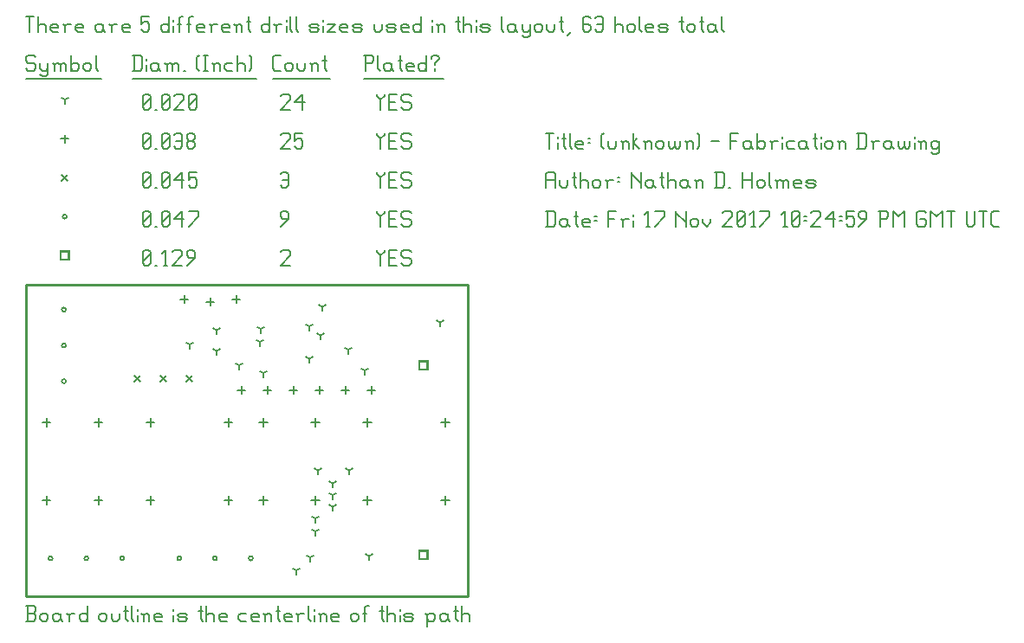
<source format=gbr>
G04 start of page 12 for group -3984 idx -3984 *
G04 Title: (unknown), fab *
G04 Creator: pcb 20140316 *
G04 CreationDate: Fri 17 Nov 2017 10:24:59 PM GMT UTC *
G04 For: ndholmes *
G04 Format: Gerber/RS-274X *
G04 PCB-Dimensions (mil): 1700.00 1200.00 *
G04 PCB-Coordinate-Origin: lower left *
%MOIN*%
%FSLAX25Y25*%
%LNFAB*%
%ADD85C,0.0100*%
%ADD84C,0.0060*%
%ADD83R,0.0080X0.0080*%
G54D83*X151400Y17600D02*X154600D01*
X151400D02*Y14400D01*
X154600D01*
Y17600D02*Y14400D01*
X151400Y90600D02*X154600D01*
X151400D02*Y87400D01*
X154600D01*
Y90600D02*Y87400D01*
X13400Y132850D02*X16600D01*
X13400D02*Y129650D01*
X16600D01*
Y132850D02*Y129650D01*
G54D84*X135000Y133500D02*Y132750D01*
X136500Y131250D01*
X138000Y132750D01*
Y133500D02*Y132750D01*
X136500Y131250D02*Y127500D01*
X139800Y130500D02*X142050D01*
X139800Y127500D02*X142800D01*
X139800Y133500D02*Y127500D01*
Y133500D02*X142800D01*
X147600D02*X148350Y132750D01*
X145350Y133500D02*X147600D01*
X144600Y132750D02*X145350Y133500D01*
X144600Y132750D02*Y131250D01*
X145350Y130500D01*
X147600D01*
X148350Y129750D01*
Y128250D01*
X147600Y127500D02*X148350Y128250D01*
X145350Y127500D02*X147600D01*
X144600Y128250D02*X145350Y127500D01*
X98000Y132750D02*X98750Y133500D01*
X101000D01*
X101750Y132750D01*
Y131250D01*
X98000Y127500D02*X101750Y131250D01*
X98000Y127500D02*X101750D01*
X45000Y128250D02*X45750Y127500D01*
X45000Y132750D02*Y128250D01*
Y132750D02*X45750Y133500D01*
X47250D01*
X48000Y132750D01*
Y128250D01*
X47250Y127500D02*X48000Y128250D01*
X45750Y127500D02*X47250D01*
X45000Y129000D02*X48000Y132000D01*
X49800Y127500D02*X50550D01*
X53100D02*X54600D01*
X53850Y133500D02*Y127500D01*
X52350Y132000D02*X53850Y133500D01*
X56400Y132750D02*X57150Y133500D01*
X59400D01*
X60150Y132750D01*
Y131250D01*
X56400Y127500D02*X60150Y131250D01*
X56400Y127500D02*X60150D01*
X61950D02*X64950Y130500D01*
Y132750D02*Y130500D01*
X64200Y133500D02*X64950Y132750D01*
X62700Y133500D02*X64200D01*
X61950Y132750D02*X62700Y133500D01*
X61950Y132750D02*Y131250D01*
X62700Y130500D01*
X64950D01*
X58255Y14673D02*G75*G03X59855Y14673I800J0D01*G01*
G75*G03X58255Y14673I-800J0D01*G01*
X72035D02*G75*G03X73635Y14673I800J0D01*G01*
G75*G03X72035Y14673I-800J0D01*G01*
X85814D02*G75*G03X87414Y14673I800J0D01*G01*
G75*G03X85814Y14673I-800J0D01*G01*
X13873Y110445D02*G75*G03X15473Y110445I800J0D01*G01*
G75*G03X13873Y110445I-800J0D01*G01*
Y96665D02*G75*G03X15473Y96665I800J0D01*G01*
G75*G03X13873Y96665I-800J0D01*G01*
Y82886D02*G75*G03X15473Y82886I800J0D01*G01*
G75*G03X13873Y82886I-800J0D01*G01*
X8755Y14673D02*G75*G03X10355Y14673I800J0D01*G01*
G75*G03X8755Y14673I-800J0D01*G01*
X22535D02*G75*G03X24135Y14673I800J0D01*G01*
G75*G03X22535Y14673I-800J0D01*G01*
X36314D02*G75*G03X37914Y14673I800J0D01*G01*
G75*G03X36314Y14673I-800J0D01*G01*
X14200Y146250D02*G75*G03X15800Y146250I800J0D01*G01*
G75*G03X14200Y146250I-800J0D01*G01*
X135000Y148500D02*Y147750D01*
X136500Y146250D01*
X138000Y147750D01*
Y148500D02*Y147750D01*
X136500Y146250D02*Y142500D01*
X139800Y145500D02*X142050D01*
X139800Y142500D02*X142800D01*
X139800Y148500D02*Y142500D01*
Y148500D02*X142800D01*
X147600D02*X148350Y147750D01*
X145350Y148500D02*X147600D01*
X144600Y147750D02*X145350Y148500D01*
X144600Y147750D02*Y146250D01*
X145350Y145500D01*
X147600D01*
X148350Y144750D01*
Y143250D01*
X147600Y142500D02*X148350Y143250D01*
X145350Y142500D02*X147600D01*
X144600Y143250D02*X145350Y142500D01*
X98000D02*X101000Y145500D01*
Y147750D02*Y145500D01*
X100250Y148500D02*X101000Y147750D01*
X98750Y148500D02*X100250D01*
X98000Y147750D02*X98750Y148500D01*
X98000Y147750D02*Y146250D01*
X98750Y145500D01*
X101000D01*
X45000Y143250D02*X45750Y142500D01*
X45000Y147750D02*Y143250D01*
Y147750D02*X45750Y148500D01*
X47250D01*
X48000Y147750D01*
Y143250D01*
X47250Y142500D02*X48000Y143250D01*
X45750Y142500D02*X47250D01*
X45000Y144000D02*X48000Y147000D01*
X49800Y142500D02*X50550D01*
X52350Y143250D02*X53100Y142500D01*
X52350Y147750D02*Y143250D01*
Y147750D02*X53100Y148500D01*
X54600D01*
X55350Y147750D01*
Y143250D01*
X54600Y142500D02*X55350Y143250D01*
X53100Y142500D02*X54600D01*
X52350Y144000D02*X55350Y147000D01*
X57150Y145500D02*X60150Y148500D01*
X57150Y145500D02*X60900D01*
X60150Y148500D02*Y142500D01*
X62700D02*X66450Y146250D01*
Y148500D02*Y146250D01*
X62700Y148500D02*X66450D01*
X61800Y85200D02*X64200Y82800D01*
X61800D02*X64200Y85200D01*
X51800D02*X54200Y82800D01*
X51800D02*X54200Y85200D01*
X41800D02*X44200Y82800D01*
X41800D02*X44200Y85200D01*
X13800Y162450D02*X16200Y160050D01*
X13800D02*X16200Y162450D01*
X135000Y163500D02*Y162750D01*
X136500Y161250D01*
X138000Y162750D01*
Y163500D02*Y162750D01*
X136500Y161250D02*Y157500D01*
X139800Y160500D02*X142050D01*
X139800Y157500D02*X142800D01*
X139800Y163500D02*Y157500D01*
Y163500D02*X142800D01*
X147600D02*X148350Y162750D01*
X145350Y163500D02*X147600D01*
X144600Y162750D02*X145350Y163500D01*
X144600Y162750D02*Y161250D01*
X145350Y160500D01*
X147600D01*
X148350Y159750D01*
Y158250D01*
X147600Y157500D02*X148350Y158250D01*
X145350Y157500D02*X147600D01*
X144600Y158250D02*X145350Y157500D01*
X98000Y162750D02*X98750Y163500D01*
X100250D01*
X101000Y162750D01*
Y158250D01*
X100250Y157500D02*X101000Y158250D01*
X98750Y157500D02*X100250D01*
X98000Y158250D02*X98750Y157500D01*
Y160500D02*X101000D01*
X45000Y158250D02*X45750Y157500D01*
X45000Y162750D02*Y158250D01*
Y162750D02*X45750Y163500D01*
X47250D01*
X48000Y162750D01*
Y158250D01*
X47250Y157500D02*X48000Y158250D01*
X45750Y157500D02*X47250D01*
X45000Y159000D02*X48000Y162000D01*
X49800Y157500D02*X50550D01*
X52350Y158250D02*X53100Y157500D01*
X52350Y162750D02*Y158250D01*
Y162750D02*X53100Y163500D01*
X54600D01*
X55350Y162750D01*
Y158250D01*
X54600Y157500D02*X55350Y158250D01*
X53100Y157500D02*X54600D01*
X52350Y159000D02*X55350Y162000D01*
X57150Y160500D02*X60150Y163500D01*
X57150Y160500D02*X60900D01*
X60150Y163500D02*Y157500D01*
X62700Y163500D02*X65700D01*
X62700D02*Y160500D01*
X63450Y161250D01*
X64950D01*
X65700Y160500D01*
Y158250D01*
X64950Y157500D02*X65700Y158250D01*
X63450Y157500D02*X64950D01*
X62700Y158250D02*X63450Y157500D01*
X133000Y81100D02*Y77900D01*
X131400Y79500D02*X134600D01*
X123000Y81100D02*Y77900D01*
X121400Y79500D02*X124600D01*
X113000Y81100D02*Y77900D01*
X111400Y79500D02*X114600D01*
X103000Y81100D02*Y77900D01*
X101400Y79500D02*X104600D01*
X93000Y81100D02*Y77900D01*
X91400Y79500D02*X94600D01*
X83000Y81100D02*Y77900D01*
X81400Y79500D02*X84600D01*
X161500Y68600D02*Y65400D01*
X159900Y67000D02*X163100D01*
X131500Y68600D02*Y65400D01*
X129900Y67000D02*X133100D01*
X111500Y68600D02*Y65400D01*
X109900Y67000D02*X113100D01*
X91500Y68600D02*Y65400D01*
X89900Y67000D02*X93100D01*
X91500Y38600D02*Y35400D01*
X89900Y37000D02*X93100D01*
X111500Y38600D02*Y35400D01*
X109900Y37000D02*X113100D01*
X131500Y38600D02*Y35400D01*
X129900Y37000D02*X133100D01*
X161500Y38600D02*Y35400D01*
X159900Y37000D02*X163100D01*
X78000Y68600D02*Y65400D01*
X76400Y67000D02*X79600D01*
X48000Y68600D02*Y65400D01*
X46400Y67000D02*X49600D01*
X28000Y68600D02*Y65400D01*
X26400Y67000D02*X29600D01*
X8000Y68600D02*Y65400D01*
X6400Y67000D02*X9600D01*
X8000Y38600D02*Y35400D01*
X6400Y37000D02*X9600D01*
X28000Y38600D02*Y35400D01*
X26400Y37000D02*X29600D01*
X48000Y38600D02*Y35400D01*
X46400Y37000D02*X49600D01*
X78000Y38600D02*Y35400D01*
X76400Y37000D02*X79600D01*
X81000Y116100D02*Y112900D01*
X79400Y114500D02*X82600D01*
X71000Y115100D02*Y111900D01*
X69400Y113500D02*X72600D01*
X61000Y116100D02*Y112900D01*
X59400Y114500D02*X62600D01*
X15000Y177850D02*Y174650D01*
X13400Y176250D02*X16600D01*
X135000Y178500D02*Y177750D01*
X136500Y176250D01*
X138000Y177750D01*
Y178500D02*Y177750D01*
X136500Y176250D02*Y172500D01*
X139800Y175500D02*X142050D01*
X139800Y172500D02*X142800D01*
X139800Y178500D02*Y172500D01*
Y178500D02*X142800D01*
X147600D02*X148350Y177750D01*
X145350Y178500D02*X147600D01*
X144600Y177750D02*X145350Y178500D01*
X144600Y177750D02*Y176250D01*
X145350Y175500D01*
X147600D01*
X148350Y174750D01*
Y173250D01*
X147600Y172500D02*X148350Y173250D01*
X145350Y172500D02*X147600D01*
X144600Y173250D02*X145350Y172500D01*
X98000Y177750D02*X98750Y178500D01*
X101000D01*
X101750Y177750D01*
Y176250D01*
X98000Y172500D02*X101750Y176250D01*
X98000Y172500D02*X101750D01*
X103550Y178500D02*X106550D01*
X103550D02*Y175500D01*
X104300Y176250D01*
X105800D01*
X106550Y175500D01*
Y173250D01*
X105800Y172500D02*X106550Y173250D01*
X104300Y172500D02*X105800D01*
X103550Y173250D02*X104300Y172500D01*
X45000Y173250D02*X45750Y172500D01*
X45000Y177750D02*Y173250D01*
Y177750D02*X45750Y178500D01*
X47250D01*
X48000Y177750D01*
Y173250D01*
X47250Y172500D02*X48000Y173250D01*
X45750Y172500D02*X47250D01*
X45000Y174000D02*X48000Y177000D01*
X49800Y172500D02*X50550D01*
X52350Y173250D02*X53100Y172500D01*
X52350Y177750D02*Y173250D01*
Y177750D02*X53100Y178500D01*
X54600D01*
X55350Y177750D01*
Y173250D01*
X54600Y172500D02*X55350Y173250D01*
X53100Y172500D02*X54600D01*
X52350Y174000D02*X55350Y177000D01*
X57150Y177750D02*X57900Y178500D01*
X59400D01*
X60150Y177750D01*
Y173250D01*
X59400Y172500D02*X60150Y173250D01*
X57900Y172500D02*X59400D01*
X57150Y173250D02*X57900Y172500D01*
Y175500D02*X60150D01*
X61950Y173250D02*X62700Y172500D01*
X61950Y174750D02*Y173250D01*
Y174750D02*X62700Y175500D01*
X64200D01*
X64950Y174750D01*
Y173250D01*
X64200Y172500D02*X64950Y173250D01*
X62700Y172500D02*X64200D01*
X61950Y176250D02*X62700Y175500D01*
X61950Y177750D02*Y176250D01*
Y177750D02*X62700Y178500D01*
X64200D01*
X64950Y177750D01*
Y176250D01*
X64200Y175500D02*X64950Y176250D01*
X109000Y91500D02*Y89900D01*
Y91500D02*X110387Y92300D01*
X109000Y91500D02*X107613Y92300D01*
X73500Y94500D02*Y92900D01*
Y94500D02*X74887Y95300D01*
X73500Y94500D02*X72113Y95300D01*
X73500Y102500D02*Y100900D01*
Y102500D02*X74887Y103300D01*
X73500Y102500D02*X72113Y103300D01*
X82000Y89000D02*Y87400D01*
Y89000D02*X83387Y89800D01*
X82000Y89000D02*X80613Y89800D01*
X91500Y86000D02*Y84400D01*
Y86000D02*X92887Y86800D01*
X91500Y86000D02*X90113Y86800D01*
X63000Y97000D02*Y95400D01*
Y97000D02*X64387Y97800D01*
X63000Y97000D02*X61613Y97800D01*
X124500Y48500D02*Y46900D01*
Y48500D02*X125887Y49300D01*
X124500Y48500D02*X123113Y49300D01*
X104000Y10000D02*Y8400D01*
Y10000D02*X105387Y10800D01*
X104000Y10000D02*X102613Y10800D01*
X109500Y15000D02*Y13400D01*
Y15000D02*X110887Y15800D01*
X109500Y15000D02*X108113Y15800D01*
X132000Y15500D02*Y13900D01*
Y15500D02*X133387Y16300D01*
X132000Y15500D02*X130613Y16300D01*
X112500Y48500D02*Y46900D01*
Y48500D02*X113887Y49300D01*
X112500Y48500D02*X111113Y49300D01*
X118000Y34500D02*Y32900D01*
Y34500D02*X119387Y35300D01*
X118000Y34500D02*X116613Y35300D01*
X118000Y39000D02*Y37400D01*
Y39000D02*X119387Y39800D01*
X118000Y39000D02*X116613Y39800D01*
X118000Y43500D02*Y41900D01*
Y43500D02*X119387Y44300D01*
X118000Y43500D02*X116613Y44300D01*
X130500Y87000D02*Y85400D01*
Y87000D02*X131887Y87800D01*
X130500Y87000D02*X129113Y87800D01*
X159500Y105500D02*Y103900D01*
Y105500D02*X160887Y106300D01*
X159500Y105500D02*X158113Y106300D01*
X111500Y30000D02*Y28400D01*
Y30000D02*X112887Y30800D01*
X111500Y30000D02*X110113Y30800D01*
X111500Y25000D02*Y23400D01*
Y25000D02*X112887Y25800D01*
X111500Y25000D02*X110113Y25800D01*
X113500Y100500D02*Y98900D01*
Y100500D02*X114887Y101300D01*
X113500Y100500D02*X112113Y101300D01*
X114000Y111500D02*Y109900D01*
Y111500D02*X115387Y112300D01*
X114000Y111500D02*X112613Y112300D01*
X109000Y104000D02*Y102400D01*
Y104000D02*X110387Y104800D01*
X109000Y104000D02*X107613Y104800D01*
X90500Y103000D02*Y101400D01*
Y103000D02*X91887Y103800D01*
X90500Y103000D02*X89113Y103800D01*
X90000Y98000D02*Y96400D01*
Y98000D02*X91387Y98800D01*
X90000Y98000D02*X88613Y98800D01*
X124000Y95000D02*Y93400D01*
Y95000D02*X125387Y95800D01*
X124000Y95000D02*X122613Y95800D01*
X15000Y191250D02*Y189650D01*
Y191250D02*X16387Y192050D01*
X15000Y191250D02*X13613Y192050D01*
X135000Y193500D02*Y192750D01*
X136500Y191250D01*
X138000Y192750D01*
Y193500D02*Y192750D01*
X136500Y191250D02*Y187500D01*
X139800Y190500D02*X142050D01*
X139800Y187500D02*X142800D01*
X139800Y193500D02*Y187500D01*
Y193500D02*X142800D01*
X147600D02*X148350Y192750D01*
X145350Y193500D02*X147600D01*
X144600Y192750D02*X145350Y193500D01*
X144600Y192750D02*Y191250D01*
X145350Y190500D01*
X147600D01*
X148350Y189750D01*
Y188250D01*
X147600Y187500D02*X148350Y188250D01*
X145350Y187500D02*X147600D01*
X144600Y188250D02*X145350Y187500D01*
X98000Y192750D02*X98750Y193500D01*
X101000D01*
X101750Y192750D01*
Y191250D01*
X98000Y187500D02*X101750Y191250D01*
X98000Y187500D02*X101750D01*
X103550Y190500D02*X106550Y193500D01*
X103550Y190500D02*X107300D01*
X106550Y193500D02*Y187500D01*
X45000Y188250D02*X45750Y187500D01*
X45000Y192750D02*Y188250D01*
Y192750D02*X45750Y193500D01*
X47250D01*
X48000Y192750D01*
Y188250D01*
X47250Y187500D02*X48000Y188250D01*
X45750Y187500D02*X47250D01*
X45000Y189000D02*X48000Y192000D01*
X49800Y187500D02*X50550D01*
X52350Y188250D02*X53100Y187500D01*
X52350Y192750D02*Y188250D01*
Y192750D02*X53100Y193500D01*
X54600D01*
X55350Y192750D01*
Y188250D01*
X54600Y187500D02*X55350Y188250D01*
X53100Y187500D02*X54600D01*
X52350Y189000D02*X55350Y192000D01*
X57150Y192750D02*X57900Y193500D01*
X60150D01*
X60900Y192750D01*
Y191250D01*
X57150Y187500D02*X60900Y191250D01*
X57150Y187500D02*X60900D01*
X62700Y188250D02*X63450Y187500D01*
X62700Y192750D02*Y188250D01*
Y192750D02*X63450Y193500D01*
X64950D01*
X65700Y192750D01*
Y188250D01*
X64950Y187500D02*X65700Y188250D01*
X63450Y187500D02*X64950D01*
X62700Y189000D02*X65700Y192000D01*
X3000Y208500D02*X3750Y207750D01*
X750Y208500D02*X3000D01*
X0Y207750D02*X750Y208500D01*
X0Y207750D02*Y206250D01*
X750Y205500D01*
X3000D01*
X3750Y204750D01*
Y203250D01*
X3000Y202500D02*X3750Y203250D01*
X750Y202500D02*X3000D01*
X0Y203250D02*X750Y202500D01*
X5550Y205500D02*Y203250D01*
X6300Y202500D01*
X8550Y205500D02*Y201000D01*
X7800Y200250D02*X8550Y201000D01*
X6300Y200250D02*X7800D01*
X5550Y201000D02*X6300Y200250D01*
Y202500D02*X7800D01*
X8550Y203250D01*
X11100Y204750D02*Y202500D01*
Y204750D02*X11850Y205500D01*
X12600D01*
X13350Y204750D01*
Y202500D01*
Y204750D02*X14100Y205500D01*
X14850D01*
X15600Y204750D01*
Y202500D01*
X10350Y205500D02*X11100Y204750D01*
X17400Y208500D02*Y202500D01*
Y203250D02*X18150Y202500D01*
X19650D01*
X20400Y203250D01*
Y204750D02*Y203250D01*
X19650Y205500D02*X20400Y204750D01*
X18150Y205500D02*X19650D01*
X17400Y204750D02*X18150Y205500D01*
X22200Y204750D02*Y203250D01*
Y204750D02*X22950Y205500D01*
X24450D01*
X25200Y204750D01*
Y203250D01*
X24450Y202500D02*X25200Y203250D01*
X22950Y202500D02*X24450D01*
X22200Y203250D02*X22950Y202500D01*
X27000Y208500D02*Y203250D01*
X27750Y202500D01*
X0Y199250D02*X29250D01*
X41750Y208500D02*Y202500D01*
X44000Y208500D02*X44750Y207750D01*
Y203250D01*
X44000Y202500D02*X44750Y203250D01*
X41000Y202500D02*X44000D01*
X41000Y208500D02*X44000D01*
X46550Y207000D02*Y206250D01*
Y204750D02*Y202500D01*
X50300Y205500D02*X51050Y204750D01*
X48800Y205500D02*X50300D01*
X48050Y204750D02*X48800Y205500D01*
X48050Y204750D02*Y203250D01*
X48800Y202500D01*
X51050Y205500D02*Y203250D01*
X51800Y202500D01*
X48800D02*X50300D01*
X51050Y203250D01*
X54350Y204750D02*Y202500D01*
Y204750D02*X55100Y205500D01*
X55850D01*
X56600Y204750D01*
Y202500D01*
Y204750D02*X57350Y205500D01*
X58100D01*
X58850Y204750D01*
Y202500D01*
X53600Y205500D02*X54350Y204750D01*
X60650Y202500D02*X61400D01*
X65900Y203250D02*X66650Y202500D01*
X65900Y207750D02*X66650Y208500D01*
X65900Y207750D02*Y203250D01*
X68450Y208500D02*X69950D01*
X69200D02*Y202500D01*
X68450D02*X69950D01*
X72500Y204750D02*Y202500D01*
Y204750D02*X73250Y205500D01*
X74000D01*
X74750Y204750D01*
Y202500D01*
X71750Y205500D02*X72500Y204750D01*
X77300Y205500D02*X79550D01*
X76550Y204750D02*X77300Y205500D01*
X76550Y204750D02*Y203250D01*
X77300Y202500D01*
X79550D01*
X81350Y208500D02*Y202500D01*
Y204750D02*X82100Y205500D01*
X83600D01*
X84350Y204750D01*
Y202500D01*
X86150Y208500D02*X86900Y207750D01*
Y203250D01*
X86150Y202500D02*X86900Y203250D01*
X41000Y199250D02*X88700D01*
X95750Y202500D02*X98000D01*
X95000Y203250D02*X95750Y202500D01*
X95000Y207750D02*Y203250D01*
Y207750D02*X95750Y208500D01*
X98000D01*
X99800Y204750D02*Y203250D01*
Y204750D02*X100550Y205500D01*
X102050D01*
X102800Y204750D01*
Y203250D01*
X102050Y202500D02*X102800Y203250D01*
X100550Y202500D02*X102050D01*
X99800Y203250D02*X100550Y202500D01*
X104600Y205500D02*Y203250D01*
X105350Y202500D01*
X106850D01*
X107600Y203250D01*
Y205500D02*Y203250D01*
X110150Y204750D02*Y202500D01*
Y204750D02*X110900Y205500D01*
X111650D01*
X112400Y204750D01*
Y202500D01*
X109400Y205500D02*X110150Y204750D01*
X114950Y208500D02*Y203250D01*
X115700Y202500D01*
X114200Y206250D02*X115700D01*
X95000Y199250D02*X117200D01*
X130750Y208500D02*Y202500D01*
X130000Y208500D02*X133000D01*
X133750Y207750D01*
Y206250D01*
X133000Y205500D02*X133750Y206250D01*
X130750Y205500D02*X133000D01*
X135550Y208500D02*Y203250D01*
X136300Y202500D01*
X140050Y205500D02*X140800Y204750D01*
X138550Y205500D02*X140050D01*
X137800Y204750D02*X138550Y205500D01*
X137800Y204750D02*Y203250D01*
X138550Y202500D01*
X140800Y205500D02*Y203250D01*
X141550Y202500D01*
X138550D02*X140050D01*
X140800Y203250D01*
X144100Y208500D02*Y203250D01*
X144850Y202500D01*
X143350Y206250D02*X144850D01*
X147100Y202500D02*X149350D01*
X146350Y203250D02*X147100Y202500D01*
X146350Y204750D02*Y203250D01*
Y204750D02*X147100Y205500D01*
X148600D01*
X149350Y204750D01*
X146350Y204000D02*X149350D01*
Y204750D02*Y204000D01*
X154150Y208500D02*Y202500D01*
X153400D02*X154150Y203250D01*
X151900Y202500D02*X153400D01*
X151150Y203250D02*X151900Y202500D01*
X151150Y204750D02*Y203250D01*
Y204750D02*X151900Y205500D01*
X153400D01*
X154150Y204750D01*
X157450Y205500D02*Y204750D01*
Y203250D02*Y202500D01*
X155950Y207750D02*Y207000D01*
Y207750D02*X156700Y208500D01*
X158200D01*
X158950Y207750D01*
Y207000D01*
X157450Y205500D02*X158950Y207000D01*
X130000Y199250D02*X160750D01*
X0Y223500D02*X3000D01*
X1500D02*Y217500D01*
X4800Y223500D02*Y217500D01*
Y219750D02*X5550Y220500D01*
X7050D01*
X7800Y219750D01*
Y217500D01*
X10350D02*X12600D01*
X9600Y218250D02*X10350Y217500D01*
X9600Y219750D02*Y218250D01*
Y219750D02*X10350Y220500D01*
X11850D01*
X12600Y219750D01*
X9600Y219000D02*X12600D01*
Y219750D02*Y219000D01*
X15150Y219750D02*Y217500D01*
Y219750D02*X15900Y220500D01*
X17400D01*
X14400D02*X15150Y219750D01*
X19950Y217500D02*X22200D01*
X19200Y218250D02*X19950Y217500D01*
X19200Y219750D02*Y218250D01*
Y219750D02*X19950Y220500D01*
X21450D01*
X22200Y219750D01*
X19200Y219000D02*X22200D01*
Y219750D02*Y219000D01*
X28950Y220500D02*X29700Y219750D01*
X27450Y220500D02*X28950D01*
X26700Y219750D02*X27450Y220500D01*
X26700Y219750D02*Y218250D01*
X27450Y217500D01*
X29700Y220500D02*Y218250D01*
X30450Y217500D01*
X27450D02*X28950D01*
X29700Y218250D01*
X33000Y219750D02*Y217500D01*
Y219750D02*X33750Y220500D01*
X35250D01*
X32250D02*X33000Y219750D01*
X37800Y217500D02*X40050D01*
X37050Y218250D02*X37800Y217500D01*
X37050Y219750D02*Y218250D01*
Y219750D02*X37800Y220500D01*
X39300D01*
X40050Y219750D01*
X37050Y219000D02*X40050D01*
Y219750D02*Y219000D01*
X44550Y223500D02*X47550D01*
X44550D02*Y220500D01*
X45300Y221250D01*
X46800D01*
X47550Y220500D01*
Y218250D01*
X46800Y217500D02*X47550Y218250D01*
X45300Y217500D02*X46800D01*
X44550Y218250D02*X45300Y217500D01*
X55050Y223500D02*Y217500D01*
X54300D02*X55050Y218250D01*
X52800Y217500D02*X54300D01*
X52050Y218250D02*X52800Y217500D01*
X52050Y219750D02*Y218250D01*
Y219750D02*X52800Y220500D01*
X54300D01*
X55050Y219750D01*
X56850Y222000D02*Y221250D01*
Y219750D02*Y217500D01*
X59100Y222750D02*Y217500D01*
Y222750D02*X59850Y223500D01*
X60600D01*
X58350Y220500D02*X59850D01*
X62850Y222750D02*Y217500D01*
Y222750D02*X63600Y223500D01*
X64350D01*
X62100Y220500D02*X63600D01*
X66600Y217500D02*X68850D01*
X65850Y218250D02*X66600Y217500D01*
X65850Y219750D02*Y218250D01*
Y219750D02*X66600Y220500D01*
X68100D01*
X68850Y219750D01*
X65850Y219000D02*X68850D01*
Y219750D02*Y219000D01*
X71400Y219750D02*Y217500D01*
Y219750D02*X72150Y220500D01*
X73650D01*
X70650D02*X71400Y219750D01*
X76200Y217500D02*X78450D01*
X75450Y218250D02*X76200Y217500D01*
X75450Y219750D02*Y218250D01*
Y219750D02*X76200Y220500D01*
X77700D01*
X78450Y219750D01*
X75450Y219000D02*X78450D01*
Y219750D02*Y219000D01*
X81000Y219750D02*Y217500D01*
Y219750D02*X81750Y220500D01*
X82500D01*
X83250Y219750D01*
Y217500D01*
X80250Y220500D02*X81000Y219750D01*
X85800Y223500D02*Y218250D01*
X86550Y217500D01*
X85050Y221250D02*X86550D01*
X93750Y223500D02*Y217500D01*
X93000D02*X93750Y218250D01*
X91500Y217500D02*X93000D01*
X90750Y218250D02*X91500Y217500D01*
X90750Y219750D02*Y218250D01*
Y219750D02*X91500Y220500D01*
X93000D01*
X93750Y219750D01*
X96300D02*Y217500D01*
Y219750D02*X97050Y220500D01*
X98550D01*
X95550D02*X96300Y219750D01*
X100350Y222000D02*Y221250D01*
Y219750D02*Y217500D01*
X101850Y223500D02*Y218250D01*
X102600Y217500D01*
X104100Y223500D02*Y218250D01*
X104850Y217500D01*
X109800D02*X112050D01*
X112800Y218250D01*
X112050Y219000D02*X112800Y218250D01*
X109800Y219000D02*X112050D01*
X109050Y219750D02*X109800Y219000D01*
X109050Y219750D02*X109800Y220500D01*
X112050D01*
X112800Y219750D01*
X109050Y218250D02*X109800Y217500D01*
X114600Y222000D02*Y221250D01*
Y219750D02*Y217500D01*
X116100Y220500D02*X119100D01*
X116100Y217500D02*X119100Y220500D01*
X116100Y217500D02*X119100D01*
X121650D02*X123900D01*
X120900Y218250D02*X121650Y217500D01*
X120900Y219750D02*Y218250D01*
Y219750D02*X121650Y220500D01*
X123150D01*
X123900Y219750D01*
X120900Y219000D02*X123900D01*
Y219750D02*Y219000D01*
X126450Y217500D02*X128700D01*
X129450Y218250D01*
X128700Y219000D02*X129450Y218250D01*
X126450Y219000D02*X128700D01*
X125700Y219750D02*X126450Y219000D01*
X125700Y219750D02*X126450Y220500D01*
X128700D01*
X129450Y219750D01*
X125700Y218250D02*X126450Y217500D01*
X133950Y220500D02*Y218250D01*
X134700Y217500D01*
X136200D01*
X136950Y218250D01*
Y220500D02*Y218250D01*
X139500Y217500D02*X141750D01*
X142500Y218250D01*
X141750Y219000D02*X142500Y218250D01*
X139500Y219000D02*X141750D01*
X138750Y219750D02*X139500Y219000D01*
X138750Y219750D02*X139500Y220500D01*
X141750D01*
X142500Y219750D01*
X138750Y218250D02*X139500Y217500D01*
X145050D02*X147300D01*
X144300Y218250D02*X145050Y217500D01*
X144300Y219750D02*Y218250D01*
Y219750D02*X145050Y220500D01*
X146550D01*
X147300Y219750D01*
X144300Y219000D02*X147300D01*
Y219750D02*Y219000D01*
X152100Y223500D02*Y217500D01*
X151350D02*X152100Y218250D01*
X149850Y217500D02*X151350D01*
X149100Y218250D02*X149850Y217500D01*
X149100Y219750D02*Y218250D01*
Y219750D02*X149850Y220500D01*
X151350D01*
X152100Y219750D01*
X156600Y222000D02*Y221250D01*
Y219750D02*Y217500D01*
X158850Y219750D02*Y217500D01*
Y219750D02*X159600Y220500D01*
X160350D01*
X161100Y219750D01*
Y217500D01*
X158100Y220500D02*X158850Y219750D01*
X166350Y223500D02*Y218250D01*
X167100Y217500D01*
X165600Y221250D02*X167100D01*
X168600Y223500D02*Y217500D01*
Y219750D02*X169350Y220500D01*
X170850D01*
X171600Y219750D01*
Y217500D01*
X173400Y222000D02*Y221250D01*
Y219750D02*Y217500D01*
X175650D02*X177900D01*
X178650Y218250D01*
X177900Y219000D02*X178650Y218250D01*
X175650Y219000D02*X177900D01*
X174900Y219750D02*X175650Y219000D01*
X174900Y219750D02*X175650Y220500D01*
X177900D01*
X178650Y219750D01*
X174900Y218250D02*X175650Y217500D01*
X183150Y223500D02*Y218250D01*
X183900Y217500D01*
X187650Y220500D02*X188400Y219750D01*
X186150Y220500D02*X187650D01*
X185400Y219750D02*X186150Y220500D01*
X185400Y219750D02*Y218250D01*
X186150Y217500D01*
X188400Y220500D02*Y218250D01*
X189150Y217500D01*
X186150D02*X187650D01*
X188400Y218250D01*
X190950Y220500D02*Y218250D01*
X191700Y217500D01*
X193950Y220500D02*Y216000D01*
X193200Y215250D02*X193950Y216000D01*
X191700Y215250D02*X193200D01*
X190950Y216000D02*X191700Y215250D01*
Y217500D02*X193200D01*
X193950Y218250D01*
X195750Y219750D02*Y218250D01*
Y219750D02*X196500Y220500D01*
X198000D01*
X198750Y219750D01*
Y218250D01*
X198000Y217500D02*X198750Y218250D01*
X196500Y217500D02*X198000D01*
X195750Y218250D02*X196500Y217500D01*
X200550Y220500D02*Y218250D01*
X201300Y217500D01*
X202800D01*
X203550Y218250D01*
Y220500D02*Y218250D01*
X206100Y223500D02*Y218250D01*
X206850Y217500D01*
X205350Y221250D02*X206850D01*
X208350Y216000D02*X209850Y217500D01*
X216600Y223500D02*X217350Y222750D01*
X215100Y223500D02*X216600D01*
X214350Y222750D02*X215100Y223500D01*
X214350Y222750D02*Y218250D01*
X215100Y217500D01*
X216600Y220500D02*X217350Y219750D01*
X214350Y220500D02*X216600D01*
X215100Y217500D02*X216600D01*
X217350Y218250D01*
Y219750D02*Y218250D01*
X219150Y222750D02*X219900Y223500D01*
X221400D01*
X222150Y222750D01*
Y218250D01*
X221400Y217500D02*X222150Y218250D01*
X219900Y217500D02*X221400D01*
X219150Y218250D02*X219900Y217500D01*
Y220500D02*X222150D01*
X226650Y223500D02*Y217500D01*
Y219750D02*X227400Y220500D01*
X228900D01*
X229650Y219750D01*
Y217500D01*
X231450Y219750D02*Y218250D01*
Y219750D02*X232200Y220500D01*
X233700D01*
X234450Y219750D01*
Y218250D01*
X233700Y217500D02*X234450Y218250D01*
X232200Y217500D02*X233700D01*
X231450Y218250D02*X232200Y217500D01*
X236250Y223500D02*Y218250D01*
X237000Y217500D01*
X239250D02*X241500D01*
X238500Y218250D02*X239250Y217500D01*
X238500Y219750D02*Y218250D01*
Y219750D02*X239250Y220500D01*
X240750D01*
X241500Y219750D01*
X238500Y219000D02*X241500D01*
Y219750D02*Y219000D01*
X244050Y217500D02*X246300D01*
X247050Y218250D01*
X246300Y219000D02*X247050Y218250D01*
X244050Y219000D02*X246300D01*
X243300Y219750D02*X244050Y219000D01*
X243300Y219750D02*X244050Y220500D01*
X246300D01*
X247050Y219750D01*
X243300Y218250D02*X244050Y217500D01*
X252300Y223500D02*Y218250D01*
X253050Y217500D01*
X251550Y221250D02*X253050D01*
X254550Y219750D02*Y218250D01*
Y219750D02*X255300Y220500D01*
X256800D01*
X257550Y219750D01*
Y218250D01*
X256800Y217500D02*X257550Y218250D01*
X255300Y217500D02*X256800D01*
X254550Y218250D02*X255300Y217500D01*
X260100Y223500D02*Y218250D01*
X260850Y217500D01*
X259350Y221250D02*X260850D01*
X264600Y220500D02*X265350Y219750D01*
X263100Y220500D02*X264600D01*
X262350Y219750D02*X263100Y220500D01*
X262350Y219750D02*Y218250D01*
X263100Y217500D01*
X265350Y220500D02*Y218250D01*
X266100Y217500D01*
X263100D02*X264600D01*
X265350Y218250D01*
X267900Y223500D02*Y218250D01*
X268650Y217500D01*
G54D85*X0Y120000D02*X170000D01*
Y0D01*
X0D01*
Y120000D01*
G54D84*Y-9500D02*X3000D01*
X3750Y-8750D01*
Y-7250D02*Y-8750D01*
X3000Y-6500D02*X3750Y-7250D01*
X750Y-6500D02*X3000D01*
X750Y-3500D02*Y-9500D01*
X0Y-3500D02*X3000D01*
X3750Y-4250D01*
Y-5750D01*
X3000Y-6500D02*X3750Y-5750D01*
X5550Y-7250D02*Y-8750D01*
Y-7250D02*X6300Y-6500D01*
X7800D01*
X8550Y-7250D01*
Y-8750D01*
X7800Y-9500D02*X8550Y-8750D01*
X6300Y-9500D02*X7800D01*
X5550Y-8750D02*X6300Y-9500D01*
X12600Y-6500D02*X13350Y-7250D01*
X11100Y-6500D02*X12600D01*
X10350Y-7250D02*X11100Y-6500D01*
X10350Y-7250D02*Y-8750D01*
X11100Y-9500D01*
X13350Y-6500D02*Y-8750D01*
X14100Y-9500D01*
X11100D02*X12600D01*
X13350Y-8750D01*
X16650Y-7250D02*Y-9500D01*
Y-7250D02*X17400Y-6500D01*
X18900D01*
X15900D02*X16650Y-7250D01*
X23700Y-3500D02*Y-9500D01*
X22950D02*X23700Y-8750D01*
X21450Y-9500D02*X22950D01*
X20700Y-8750D02*X21450Y-9500D01*
X20700Y-7250D02*Y-8750D01*
Y-7250D02*X21450Y-6500D01*
X22950D01*
X23700Y-7250D01*
X28200D02*Y-8750D01*
Y-7250D02*X28950Y-6500D01*
X30450D01*
X31200Y-7250D01*
Y-8750D01*
X30450Y-9500D02*X31200Y-8750D01*
X28950Y-9500D02*X30450D01*
X28200Y-8750D02*X28950Y-9500D01*
X33000Y-6500D02*Y-8750D01*
X33750Y-9500D01*
X35250D01*
X36000Y-8750D01*
Y-6500D02*Y-8750D01*
X38550Y-3500D02*Y-8750D01*
X39300Y-9500D01*
X37800Y-5750D02*X39300D01*
X40800Y-3500D02*Y-8750D01*
X41550Y-9500D01*
X43050Y-5000D02*Y-5750D01*
Y-7250D02*Y-9500D01*
X45300Y-7250D02*Y-9500D01*
Y-7250D02*X46050Y-6500D01*
X46800D01*
X47550Y-7250D01*
Y-9500D01*
X44550Y-6500D02*X45300Y-7250D01*
X50100Y-9500D02*X52350D01*
X49350Y-8750D02*X50100Y-9500D01*
X49350Y-7250D02*Y-8750D01*
Y-7250D02*X50100Y-6500D01*
X51600D01*
X52350Y-7250D01*
X49350Y-8000D02*X52350D01*
Y-7250D02*Y-8000D01*
X56850Y-5000D02*Y-5750D01*
Y-7250D02*Y-9500D01*
X59100D02*X61350D01*
X62100Y-8750D01*
X61350Y-8000D02*X62100Y-8750D01*
X59100Y-8000D02*X61350D01*
X58350Y-7250D02*X59100Y-8000D01*
X58350Y-7250D02*X59100Y-6500D01*
X61350D01*
X62100Y-7250D01*
X58350Y-8750D02*X59100Y-9500D01*
X67350Y-3500D02*Y-8750D01*
X68100Y-9500D01*
X66600Y-5750D02*X68100D01*
X69600Y-3500D02*Y-9500D01*
Y-7250D02*X70350Y-6500D01*
X71850D01*
X72600Y-7250D01*
Y-9500D01*
X75150D02*X77400D01*
X74400Y-8750D02*X75150Y-9500D01*
X74400Y-7250D02*Y-8750D01*
Y-7250D02*X75150Y-6500D01*
X76650D01*
X77400Y-7250D01*
X74400Y-8000D02*X77400D01*
Y-7250D02*Y-8000D01*
X82650Y-6500D02*X84900D01*
X81900Y-7250D02*X82650Y-6500D01*
X81900Y-7250D02*Y-8750D01*
X82650Y-9500D01*
X84900D01*
X87450D02*X89700D01*
X86700Y-8750D02*X87450Y-9500D01*
X86700Y-7250D02*Y-8750D01*
Y-7250D02*X87450Y-6500D01*
X88950D01*
X89700Y-7250D01*
X86700Y-8000D02*X89700D01*
Y-7250D02*Y-8000D01*
X92250Y-7250D02*Y-9500D01*
Y-7250D02*X93000Y-6500D01*
X93750D01*
X94500Y-7250D01*
Y-9500D01*
X91500Y-6500D02*X92250Y-7250D01*
X97050Y-3500D02*Y-8750D01*
X97800Y-9500D01*
X96300Y-5750D02*X97800D01*
X100050Y-9500D02*X102300D01*
X99300Y-8750D02*X100050Y-9500D01*
X99300Y-7250D02*Y-8750D01*
Y-7250D02*X100050Y-6500D01*
X101550D01*
X102300Y-7250D01*
X99300Y-8000D02*X102300D01*
Y-7250D02*Y-8000D01*
X104850Y-7250D02*Y-9500D01*
Y-7250D02*X105600Y-6500D01*
X107100D01*
X104100D02*X104850Y-7250D01*
X108900Y-3500D02*Y-8750D01*
X109650Y-9500D01*
X111150Y-5000D02*Y-5750D01*
Y-7250D02*Y-9500D01*
X113400Y-7250D02*Y-9500D01*
Y-7250D02*X114150Y-6500D01*
X114900D01*
X115650Y-7250D01*
Y-9500D01*
X112650Y-6500D02*X113400Y-7250D01*
X118200Y-9500D02*X120450D01*
X117450Y-8750D02*X118200Y-9500D01*
X117450Y-7250D02*Y-8750D01*
Y-7250D02*X118200Y-6500D01*
X119700D01*
X120450Y-7250D01*
X117450Y-8000D02*X120450D01*
Y-7250D02*Y-8000D01*
X124950Y-7250D02*Y-8750D01*
Y-7250D02*X125700Y-6500D01*
X127200D01*
X127950Y-7250D01*
Y-8750D01*
X127200Y-9500D02*X127950Y-8750D01*
X125700Y-9500D02*X127200D01*
X124950Y-8750D02*X125700Y-9500D01*
X130500Y-4250D02*Y-9500D01*
Y-4250D02*X131250Y-3500D01*
X132000D01*
X129750Y-6500D02*X131250D01*
X136950Y-3500D02*Y-8750D01*
X137700Y-9500D01*
X136200Y-5750D02*X137700D01*
X139200Y-3500D02*Y-9500D01*
Y-7250D02*X139950Y-6500D01*
X141450D01*
X142200Y-7250D01*
Y-9500D01*
X144000Y-5000D02*Y-5750D01*
Y-7250D02*Y-9500D01*
X146250D02*X148500D01*
X149250Y-8750D01*
X148500Y-8000D02*X149250Y-8750D01*
X146250Y-8000D02*X148500D01*
X145500Y-7250D02*X146250Y-8000D01*
X145500Y-7250D02*X146250Y-6500D01*
X148500D01*
X149250Y-7250D01*
X145500Y-8750D02*X146250Y-9500D01*
X154500Y-7250D02*Y-11750D01*
X153750Y-6500D02*X154500Y-7250D01*
X155250Y-6500D01*
X156750D01*
X157500Y-7250D01*
Y-8750D01*
X156750Y-9500D02*X157500Y-8750D01*
X155250Y-9500D02*X156750D01*
X154500Y-8750D02*X155250Y-9500D01*
X161550Y-6500D02*X162300Y-7250D01*
X160050Y-6500D02*X161550D01*
X159300Y-7250D02*X160050Y-6500D01*
X159300Y-7250D02*Y-8750D01*
X160050Y-9500D01*
X162300Y-6500D02*Y-8750D01*
X163050Y-9500D01*
X160050D02*X161550D01*
X162300Y-8750D01*
X165600Y-3500D02*Y-8750D01*
X166350Y-9500D01*
X164850Y-5750D02*X166350D01*
X167850Y-3500D02*Y-9500D01*
Y-7250D02*X168600Y-6500D01*
X170100D01*
X170850Y-7250D01*
Y-9500D01*
X200750Y148500D02*Y142500D01*
X203000Y148500D02*X203750Y147750D01*
Y143250D01*
X203000Y142500D02*X203750Y143250D01*
X200000Y142500D02*X203000D01*
X200000Y148500D02*X203000D01*
X207800Y145500D02*X208550Y144750D01*
X206300Y145500D02*X207800D01*
X205550Y144750D02*X206300Y145500D01*
X205550Y144750D02*Y143250D01*
X206300Y142500D01*
X208550Y145500D02*Y143250D01*
X209300Y142500D01*
X206300D02*X207800D01*
X208550Y143250D01*
X211850Y148500D02*Y143250D01*
X212600Y142500D01*
X211100Y146250D02*X212600D01*
X214850Y142500D02*X217100D01*
X214100Y143250D02*X214850Y142500D01*
X214100Y144750D02*Y143250D01*
Y144750D02*X214850Y145500D01*
X216350D01*
X217100Y144750D01*
X214100Y144000D02*X217100D01*
Y144750D02*Y144000D01*
X218900Y146250D02*X219650D01*
X218900Y144750D02*X219650D01*
X224150Y148500D02*Y142500D01*
Y148500D02*X227150D01*
X224150Y145500D02*X226400D01*
X229700Y144750D02*Y142500D01*
Y144750D02*X230450Y145500D01*
X231950D01*
X228950D02*X229700Y144750D01*
X233750Y147000D02*Y146250D01*
Y144750D02*Y142500D01*
X238700D02*X240200D01*
X239450Y148500D02*Y142500D01*
X237950Y147000D02*X239450Y148500D01*
X242000Y142500D02*X245750Y146250D01*
Y148500D02*Y146250D01*
X242000Y148500D02*X245750D01*
X250250D02*Y142500D01*
Y148500D02*Y147750D01*
X254000Y144000D01*
Y148500D02*Y142500D01*
X255800Y144750D02*Y143250D01*
Y144750D02*X256550Y145500D01*
X258050D01*
X258800Y144750D01*
Y143250D01*
X258050Y142500D02*X258800Y143250D01*
X256550Y142500D02*X258050D01*
X255800Y143250D02*X256550Y142500D01*
X260600Y145500D02*Y144000D01*
X262100Y142500D01*
X263600Y144000D01*
Y145500D02*Y144000D01*
X268100Y147750D02*X268850Y148500D01*
X271100D01*
X271850Y147750D01*
Y146250D01*
X268100Y142500D02*X271850Y146250D01*
X268100Y142500D02*X271850D01*
X273650Y143250D02*X274400Y142500D01*
X273650Y147750D02*Y143250D01*
Y147750D02*X274400Y148500D01*
X275900D01*
X276650Y147750D01*
Y143250D01*
X275900Y142500D02*X276650Y143250D01*
X274400Y142500D02*X275900D01*
X273650Y144000D02*X276650Y147000D01*
X279200Y142500D02*X280700D01*
X279950Y148500D02*Y142500D01*
X278450Y147000D02*X279950Y148500D01*
X282500Y142500D02*X286250Y146250D01*
Y148500D02*Y146250D01*
X282500Y148500D02*X286250D01*
X291500Y142500D02*X293000D01*
X292250Y148500D02*Y142500D01*
X290750Y147000D02*X292250Y148500D01*
X294800Y143250D02*X295550Y142500D01*
X294800Y147750D02*Y143250D01*
Y147750D02*X295550Y148500D01*
X297050D01*
X297800Y147750D01*
Y143250D01*
X297050Y142500D02*X297800Y143250D01*
X295550Y142500D02*X297050D01*
X294800Y144000D02*X297800Y147000D01*
X299600Y146250D02*X300350D01*
X299600Y144750D02*X300350D01*
X302150Y147750D02*X302900Y148500D01*
X305150D01*
X305900Y147750D01*
Y146250D01*
X302150Y142500D02*X305900Y146250D01*
X302150Y142500D02*X305900D01*
X307700Y145500D02*X310700Y148500D01*
X307700Y145500D02*X311450D01*
X310700Y148500D02*Y142500D01*
X313250Y146250D02*X314000D01*
X313250Y144750D02*X314000D01*
X315800Y148500D02*X318800D01*
X315800D02*Y145500D01*
X316550Y146250D01*
X318050D01*
X318800Y145500D01*
Y143250D01*
X318050Y142500D02*X318800Y143250D01*
X316550Y142500D02*X318050D01*
X315800Y143250D02*X316550Y142500D01*
X320600D02*X323600Y145500D01*
Y147750D02*Y145500D01*
X322850Y148500D02*X323600Y147750D01*
X321350Y148500D02*X322850D01*
X320600Y147750D02*X321350Y148500D01*
X320600Y147750D02*Y146250D01*
X321350Y145500D01*
X323600D01*
X328850Y148500D02*Y142500D01*
X328100Y148500D02*X331100D01*
X331850Y147750D01*
Y146250D01*
X331100Y145500D02*X331850Y146250D01*
X328850Y145500D02*X331100D01*
X333650Y148500D02*Y142500D01*
Y148500D02*X335900Y146250D01*
X338150Y148500D01*
Y142500D01*
X345650Y148500D02*X346400Y147750D01*
X343400Y148500D02*X345650D01*
X342650Y147750D02*X343400Y148500D01*
X342650Y147750D02*Y143250D01*
X343400Y142500D01*
X345650D01*
X346400Y143250D01*
Y144750D02*Y143250D01*
X345650Y145500D02*X346400Y144750D01*
X344150Y145500D02*X345650D01*
X348200Y148500D02*Y142500D01*
Y148500D02*X350450Y146250D01*
X352700Y148500D01*
Y142500D01*
X354500Y148500D02*X357500D01*
X356000D02*Y142500D01*
X362000Y148500D02*Y143250D01*
X362750Y142500D01*
X364250D01*
X365000Y143250D01*
Y148500D02*Y143250D01*
X366800Y148500D02*X369800D01*
X368300D02*Y142500D01*
X372350D02*X374600D01*
X371600Y143250D02*X372350Y142500D01*
X371600Y147750D02*Y143250D01*
Y147750D02*X372350Y148500D01*
X374600D01*
X200000Y162750D02*Y157500D01*
Y162750D02*X200750Y163500D01*
X203000D01*
X203750Y162750D01*
Y157500D01*
X200000Y160500D02*X203750D01*
X205550D02*Y158250D01*
X206300Y157500D01*
X207800D01*
X208550Y158250D01*
Y160500D02*Y158250D01*
X211100Y163500D02*Y158250D01*
X211850Y157500D01*
X210350Y161250D02*X211850D01*
X213350Y163500D02*Y157500D01*
Y159750D02*X214100Y160500D01*
X215600D01*
X216350Y159750D01*
Y157500D01*
X218150Y159750D02*Y158250D01*
Y159750D02*X218900Y160500D01*
X220400D01*
X221150Y159750D01*
Y158250D01*
X220400Y157500D02*X221150Y158250D01*
X218900Y157500D02*X220400D01*
X218150Y158250D02*X218900Y157500D01*
X223700Y159750D02*Y157500D01*
Y159750D02*X224450Y160500D01*
X225950D01*
X222950D02*X223700Y159750D01*
X227750Y161250D02*X228500D01*
X227750Y159750D02*X228500D01*
X233000Y163500D02*Y157500D01*
Y163500D02*Y162750D01*
X236750Y159000D01*
Y163500D02*Y157500D01*
X240800Y160500D02*X241550Y159750D01*
X239300Y160500D02*X240800D01*
X238550Y159750D02*X239300Y160500D01*
X238550Y159750D02*Y158250D01*
X239300Y157500D01*
X241550Y160500D02*Y158250D01*
X242300Y157500D01*
X239300D02*X240800D01*
X241550Y158250D01*
X244850Y163500D02*Y158250D01*
X245600Y157500D01*
X244100Y161250D02*X245600D01*
X247100Y163500D02*Y157500D01*
Y159750D02*X247850Y160500D01*
X249350D01*
X250100Y159750D01*
Y157500D01*
X254150Y160500D02*X254900Y159750D01*
X252650Y160500D02*X254150D01*
X251900Y159750D02*X252650Y160500D01*
X251900Y159750D02*Y158250D01*
X252650Y157500D01*
X254900Y160500D02*Y158250D01*
X255650Y157500D01*
X252650D02*X254150D01*
X254900Y158250D01*
X258200Y159750D02*Y157500D01*
Y159750D02*X258950Y160500D01*
X259700D01*
X260450Y159750D01*
Y157500D01*
X257450Y160500D02*X258200Y159750D01*
X265700Y163500D02*Y157500D01*
X267950Y163500D02*X268700Y162750D01*
Y158250D01*
X267950Y157500D02*X268700Y158250D01*
X264950Y157500D02*X267950D01*
X264950Y163500D02*X267950D01*
X270500Y157500D02*X271250D01*
X275750Y163500D02*Y157500D01*
X279500Y163500D02*Y157500D01*
X275750Y160500D02*X279500D01*
X281300Y159750D02*Y158250D01*
Y159750D02*X282050Y160500D01*
X283550D01*
X284300Y159750D01*
Y158250D01*
X283550Y157500D02*X284300Y158250D01*
X282050Y157500D02*X283550D01*
X281300Y158250D02*X282050Y157500D01*
X286100Y163500D02*Y158250D01*
X286850Y157500D01*
X289100Y159750D02*Y157500D01*
Y159750D02*X289850Y160500D01*
X290600D01*
X291350Y159750D01*
Y157500D01*
Y159750D02*X292100Y160500D01*
X292850D01*
X293600Y159750D01*
Y157500D01*
X288350Y160500D02*X289100Y159750D01*
X296150Y157500D02*X298400D01*
X295400Y158250D02*X296150Y157500D01*
X295400Y159750D02*Y158250D01*
Y159750D02*X296150Y160500D01*
X297650D01*
X298400Y159750D01*
X295400Y159000D02*X298400D01*
Y159750D02*Y159000D01*
X300950Y157500D02*X303200D01*
X303950Y158250D01*
X303200Y159000D02*X303950Y158250D01*
X300950Y159000D02*X303200D01*
X300200Y159750D02*X300950Y159000D01*
X300200Y159750D02*X300950Y160500D01*
X303200D01*
X303950Y159750D01*
X300200Y158250D02*X300950Y157500D01*
X200000Y178500D02*X203000D01*
X201500D02*Y172500D01*
X204800Y177000D02*Y176250D01*
Y174750D02*Y172500D01*
X207050Y178500D02*Y173250D01*
X207800Y172500D01*
X206300Y176250D02*X207800D01*
X209300Y178500D02*Y173250D01*
X210050Y172500D01*
X212300D02*X214550D01*
X211550Y173250D02*X212300Y172500D01*
X211550Y174750D02*Y173250D01*
Y174750D02*X212300Y175500D01*
X213800D01*
X214550Y174750D01*
X211550Y174000D02*X214550D01*
Y174750D02*Y174000D01*
X216350Y176250D02*X217100D01*
X216350Y174750D02*X217100D01*
X221600Y173250D02*X222350Y172500D01*
X221600Y177750D02*X222350Y178500D01*
X221600Y177750D02*Y173250D01*
X224150Y175500D02*Y173250D01*
X224900Y172500D01*
X226400D01*
X227150Y173250D01*
Y175500D02*Y173250D01*
X229700Y174750D02*Y172500D01*
Y174750D02*X230450Y175500D01*
X231200D01*
X231950Y174750D01*
Y172500D01*
X228950Y175500D02*X229700Y174750D01*
X233750Y178500D02*Y172500D01*
Y174750D02*X236000Y172500D01*
X233750Y174750D02*X235250Y176250D01*
X238550Y174750D02*Y172500D01*
Y174750D02*X239300Y175500D01*
X240050D01*
X240800Y174750D01*
Y172500D01*
X237800Y175500D02*X238550Y174750D01*
X242600D02*Y173250D01*
Y174750D02*X243350Y175500D01*
X244850D01*
X245600Y174750D01*
Y173250D01*
X244850Y172500D02*X245600Y173250D01*
X243350Y172500D02*X244850D01*
X242600Y173250D02*X243350Y172500D01*
X247400Y175500D02*Y173250D01*
X248150Y172500D01*
X248900D01*
X249650Y173250D01*
Y175500D02*Y173250D01*
X250400Y172500D01*
X251150D01*
X251900Y173250D01*
Y175500D02*Y173250D01*
X254450Y174750D02*Y172500D01*
Y174750D02*X255200Y175500D01*
X255950D01*
X256700Y174750D01*
Y172500D01*
X253700Y175500D02*X254450Y174750D01*
X258500Y178500D02*X259250Y177750D01*
Y173250D01*
X258500Y172500D02*X259250Y173250D01*
X263750Y175500D02*X266750D01*
X271250Y178500D02*Y172500D01*
Y178500D02*X274250D01*
X271250Y175500D02*X273500D01*
X278300D02*X279050Y174750D01*
X276800Y175500D02*X278300D01*
X276050Y174750D02*X276800Y175500D01*
X276050Y174750D02*Y173250D01*
X276800Y172500D01*
X279050Y175500D02*Y173250D01*
X279800Y172500D01*
X276800D02*X278300D01*
X279050Y173250D01*
X281600Y178500D02*Y172500D01*
Y173250D02*X282350Y172500D01*
X283850D01*
X284600Y173250D01*
Y174750D02*Y173250D01*
X283850Y175500D02*X284600Y174750D01*
X282350Y175500D02*X283850D01*
X281600Y174750D02*X282350Y175500D01*
X287150Y174750D02*Y172500D01*
Y174750D02*X287900Y175500D01*
X289400D01*
X286400D02*X287150Y174750D01*
X291200Y177000D02*Y176250D01*
Y174750D02*Y172500D01*
X293450Y175500D02*X295700D01*
X292700Y174750D02*X293450Y175500D01*
X292700Y174750D02*Y173250D01*
X293450Y172500D01*
X295700D01*
X299750Y175500D02*X300500Y174750D01*
X298250Y175500D02*X299750D01*
X297500Y174750D02*X298250Y175500D01*
X297500Y174750D02*Y173250D01*
X298250Y172500D01*
X300500Y175500D02*Y173250D01*
X301250Y172500D01*
X298250D02*X299750D01*
X300500Y173250D01*
X303800Y178500D02*Y173250D01*
X304550Y172500D01*
X303050Y176250D02*X304550D01*
X306050Y177000D02*Y176250D01*
Y174750D02*Y172500D01*
X307550Y174750D02*Y173250D01*
Y174750D02*X308300Y175500D01*
X309800D01*
X310550Y174750D01*
Y173250D01*
X309800Y172500D02*X310550Y173250D01*
X308300Y172500D02*X309800D01*
X307550Y173250D02*X308300Y172500D01*
X313100Y174750D02*Y172500D01*
Y174750D02*X313850Y175500D01*
X314600D01*
X315350Y174750D01*
Y172500D01*
X312350Y175500D02*X313100Y174750D01*
X320600Y178500D02*Y172500D01*
X322850Y178500D02*X323600Y177750D01*
Y173250D01*
X322850Y172500D02*X323600Y173250D01*
X319850Y172500D02*X322850D01*
X319850Y178500D02*X322850D01*
X326150Y174750D02*Y172500D01*
Y174750D02*X326900Y175500D01*
X328400D01*
X325400D02*X326150Y174750D01*
X332450Y175500D02*X333200Y174750D01*
X330950Y175500D02*X332450D01*
X330200Y174750D02*X330950Y175500D01*
X330200Y174750D02*Y173250D01*
X330950Y172500D01*
X333200Y175500D02*Y173250D01*
X333950Y172500D01*
X330950D02*X332450D01*
X333200Y173250D01*
X335750Y175500D02*Y173250D01*
X336500Y172500D01*
X337250D01*
X338000Y173250D01*
Y175500D02*Y173250D01*
X338750Y172500D01*
X339500D01*
X340250Y173250D01*
Y175500D02*Y173250D01*
X342050Y177000D02*Y176250D01*
Y174750D02*Y172500D01*
X344300Y174750D02*Y172500D01*
Y174750D02*X345050Y175500D01*
X345800D01*
X346550Y174750D01*
Y172500D01*
X343550Y175500D02*X344300Y174750D01*
X350600Y175500D02*X351350Y174750D01*
X349100Y175500D02*X350600D01*
X348350Y174750D02*X349100Y175500D01*
X348350Y174750D02*Y173250D01*
X349100Y172500D01*
X350600D01*
X351350Y173250D01*
X348350Y171000D02*X349100Y170250D01*
X350600D01*
X351350Y171000D01*
Y175500D02*Y171000D01*
M02*

</source>
